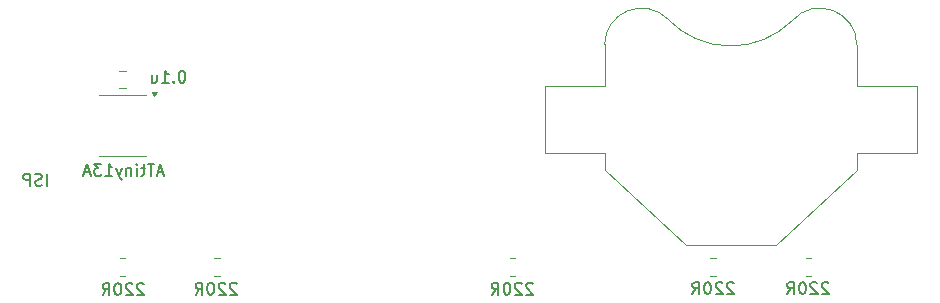
<source format=gbr>
%TF.GenerationSoftware,KiCad,Pcbnew,9.0.2*%
%TF.CreationDate,2025-05-22T18:28:58+02:00*%
%TF.ProjectId,blinky,626c696e-6b79-42e6-9b69-6361645f7063,rev?*%
%TF.SameCoordinates,Original*%
%TF.FileFunction,Legend,Bot*%
%TF.FilePolarity,Positive*%
%FSLAX46Y46*%
G04 Gerber Fmt 4.6, Leading zero omitted, Abs format (unit mm)*
G04 Created by KiCad (PCBNEW 9.0.2) date 2025-05-22 18:28:58*
%MOMM*%
%LPD*%
G01*
G04 APERTURE LIST*
%ADD10C,0.150000*%
%ADD11C,0.120000*%
G04 APERTURE END LIST*
D10*
X134763094Y-86875057D02*
X134715475Y-86827438D01*
X134715475Y-86827438D02*
X134620237Y-86779819D01*
X134620237Y-86779819D02*
X134382142Y-86779819D01*
X134382142Y-86779819D02*
X134286904Y-86827438D01*
X134286904Y-86827438D02*
X134239285Y-86875057D01*
X134239285Y-86875057D02*
X134191666Y-86970295D01*
X134191666Y-86970295D02*
X134191666Y-87065533D01*
X134191666Y-87065533D02*
X134239285Y-87208390D01*
X134239285Y-87208390D02*
X134810713Y-87779819D01*
X134810713Y-87779819D02*
X134191666Y-87779819D01*
X133810713Y-86875057D02*
X133763094Y-86827438D01*
X133763094Y-86827438D02*
X133667856Y-86779819D01*
X133667856Y-86779819D02*
X133429761Y-86779819D01*
X133429761Y-86779819D02*
X133334523Y-86827438D01*
X133334523Y-86827438D02*
X133286904Y-86875057D01*
X133286904Y-86875057D02*
X133239285Y-86970295D01*
X133239285Y-86970295D02*
X133239285Y-87065533D01*
X133239285Y-87065533D02*
X133286904Y-87208390D01*
X133286904Y-87208390D02*
X133858332Y-87779819D01*
X133858332Y-87779819D02*
X133239285Y-87779819D01*
X132620237Y-86779819D02*
X132524999Y-86779819D01*
X132524999Y-86779819D02*
X132429761Y-86827438D01*
X132429761Y-86827438D02*
X132382142Y-86875057D01*
X132382142Y-86875057D02*
X132334523Y-86970295D01*
X132334523Y-86970295D02*
X132286904Y-87160771D01*
X132286904Y-87160771D02*
X132286904Y-87398866D01*
X132286904Y-87398866D02*
X132334523Y-87589342D01*
X132334523Y-87589342D02*
X132382142Y-87684580D01*
X132382142Y-87684580D02*
X132429761Y-87732200D01*
X132429761Y-87732200D02*
X132524999Y-87779819D01*
X132524999Y-87779819D02*
X132620237Y-87779819D01*
X132620237Y-87779819D02*
X132715475Y-87732200D01*
X132715475Y-87732200D02*
X132763094Y-87684580D01*
X132763094Y-87684580D02*
X132810713Y-87589342D01*
X132810713Y-87589342D02*
X132858332Y-87398866D01*
X132858332Y-87398866D02*
X132858332Y-87160771D01*
X132858332Y-87160771D02*
X132810713Y-86970295D01*
X132810713Y-86970295D02*
X132763094Y-86875057D01*
X132763094Y-86875057D02*
X132715475Y-86827438D01*
X132715475Y-86827438D02*
X132620237Y-86779819D01*
X131286904Y-87779819D02*
X131620237Y-87303628D01*
X131858332Y-87779819D02*
X131858332Y-86779819D01*
X131858332Y-86779819D02*
X131477380Y-86779819D01*
X131477380Y-86779819D02*
X131382142Y-86827438D01*
X131382142Y-86827438D02*
X131334523Y-86875057D01*
X131334523Y-86875057D02*
X131286904Y-86970295D01*
X131286904Y-86970295D02*
X131286904Y-87113152D01*
X131286904Y-87113152D02*
X131334523Y-87208390D01*
X131334523Y-87208390D02*
X131382142Y-87256009D01*
X131382142Y-87256009D02*
X131477380Y-87303628D01*
X131477380Y-87303628D02*
X131858332Y-87303628D01*
X78457142Y-77469104D02*
X77980952Y-77469104D01*
X78552380Y-77754819D02*
X78219047Y-76754819D01*
X78219047Y-76754819D02*
X77885714Y-77754819D01*
X77695237Y-76754819D02*
X77123809Y-76754819D01*
X77409523Y-77754819D02*
X77409523Y-76754819D01*
X76933332Y-77088152D02*
X76552380Y-77088152D01*
X76790475Y-76754819D02*
X76790475Y-77611961D01*
X76790475Y-77611961D02*
X76742856Y-77707200D01*
X76742856Y-77707200D02*
X76647618Y-77754819D01*
X76647618Y-77754819D02*
X76552380Y-77754819D01*
X76219046Y-77754819D02*
X76219046Y-77088152D01*
X76219046Y-76754819D02*
X76266665Y-76802438D01*
X76266665Y-76802438D02*
X76219046Y-76850057D01*
X76219046Y-76850057D02*
X76171427Y-76802438D01*
X76171427Y-76802438D02*
X76219046Y-76754819D01*
X76219046Y-76754819D02*
X76219046Y-76850057D01*
X75742856Y-77088152D02*
X75742856Y-77754819D01*
X75742856Y-77183390D02*
X75695237Y-77135771D01*
X75695237Y-77135771D02*
X75599999Y-77088152D01*
X75599999Y-77088152D02*
X75457142Y-77088152D01*
X75457142Y-77088152D02*
X75361904Y-77135771D01*
X75361904Y-77135771D02*
X75314285Y-77231009D01*
X75314285Y-77231009D02*
X75314285Y-77754819D01*
X74933332Y-77088152D02*
X74695237Y-77754819D01*
X74457142Y-77088152D02*
X74695237Y-77754819D01*
X74695237Y-77754819D02*
X74790475Y-77992914D01*
X74790475Y-77992914D02*
X74838094Y-78040533D01*
X74838094Y-78040533D02*
X74933332Y-78088152D01*
X73552380Y-77754819D02*
X74123808Y-77754819D01*
X73838094Y-77754819D02*
X73838094Y-76754819D01*
X73838094Y-76754819D02*
X73933332Y-76897676D01*
X73933332Y-76897676D02*
X74028570Y-76992914D01*
X74028570Y-76992914D02*
X74123808Y-77040533D01*
X73219046Y-76754819D02*
X72599999Y-76754819D01*
X72599999Y-76754819D02*
X72933332Y-77135771D01*
X72933332Y-77135771D02*
X72790475Y-77135771D01*
X72790475Y-77135771D02*
X72695237Y-77183390D01*
X72695237Y-77183390D02*
X72647618Y-77231009D01*
X72647618Y-77231009D02*
X72599999Y-77326247D01*
X72599999Y-77326247D02*
X72599999Y-77564342D01*
X72599999Y-77564342D02*
X72647618Y-77659580D01*
X72647618Y-77659580D02*
X72695237Y-77707200D01*
X72695237Y-77707200D02*
X72790475Y-77754819D01*
X72790475Y-77754819D02*
X73076189Y-77754819D01*
X73076189Y-77754819D02*
X73171427Y-77707200D01*
X73171427Y-77707200D02*
X73219046Y-77659580D01*
X72219046Y-77469104D02*
X71742856Y-77469104D01*
X72314284Y-77754819D02*
X71980951Y-76754819D01*
X71980951Y-76754819D02*
X71647618Y-77754819D01*
X84663094Y-86925057D02*
X84615475Y-86877438D01*
X84615475Y-86877438D02*
X84520237Y-86829819D01*
X84520237Y-86829819D02*
X84282142Y-86829819D01*
X84282142Y-86829819D02*
X84186904Y-86877438D01*
X84186904Y-86877438D02*
X84139285Y-86925057D01*
X84139285Y-86925057D02*
X84091666Y-87020295D01*
X84091666Y-87020295D02*
X84091666Y-87115533D01*
X84091666Y-87115533D02*
X84139285Y-87258390D01*
X84139285Y-87258390D02*
X84710713Y-87829819D01*
X84710713Y-87829819D02*
X84091666Y-87829819D01*
X83710713Y-86925057D02*
X83663094Y-86877438D01*
X83663094Y-86877438D02*
X83567856Y-86829819D01*
X83567856Y-86829819D02*
X83329761Y-86829819D01*
X83329761Y-86829819D02*
X83234523Y-86877438D01*
X83234523Y-86877438D02*
X83186904Y-86925057D01*
X83186904Y-86925057D02*
X83139285Y-87020295D01*
X83139285Y-87020295D02*
X83139285Y-87115533D01*
X83139285Y-87115533D02*
X83186904Y-87258390D01*
X83186904Y-87258390D02*
X83758332Y-87829819D01*
X83758332Y-87829819D02*
X83139285Y-87829819D01*
X82520237Y-86829819D02*
X82424999Y-86829819D01*
X82424999Y-86829819D02*
X82329761Y-86877438D01*
X82329761Y-86877438D02*
X82282142Y-86925057D01*
X82282142Y-86925057D02*
X82234523Y-87020295D01*
X82234523Y-87020295D02*
X82186904Y-87210771D01*
X82186904Y-87210771D02*
X82186904Y-87448866D01*
X82186904Y-87448866D02*
X82234523Y-87639342D01*
X82234523Y-87639342D02*
X82282142Y-87734580D01*
X82282142Y-87734580D02*
X82329761Y-87782200D01*
X82329761Y-87782200D02*
X82424999Y-87829819D01*
X82424999Y-87829819D02*
X82520237Y-87829819D01*
X82520237Y-87829819D02*
X82615475Y-87782200D01*
X82615475Y-87782200D02*
X82663094Y-87734580D01*
X82663094Y-87734580D02*
X82710713Y-87639342D01*
X82710713Y-87639342D02*
X82758332Y-87448866D01*
X82758332Y-87448866D02*
X82758332Y-87210771D01*
X82758332Y-87210771D02*
X82710713Y-87020295D01*
X82710713Y-87020295D02*
X82663094Y-86925057D01*
X82663094Y-86925057D02*
X82615475Y-86877438D01*
X82615475Y-86877438D02*
X82520237Y-86829819D01*
X81186904Y-87829819D02*
X81520237Y-87353628D01*
X81758332Y-87829819D02*
X81758332Y-86829819D01*
X81758332Y-86829819D02*
X81377380Y-86829819D01*
X81377380Y-86829819D02*
X81282142Y-86877438D01*
X81282142Y-86877438D02*
X81234523Y-86925057D01*
X81234523Y-86925057D02*
X81186904Y-87020295D01*
X81186904Y-87020295D02*
X81186904Y-87163152D01*
X81186904Y-87163152D02*
X81234523Y-87258390D01*
X81234523Y-87258390D02*
X81282142Y-87306009D01*
X81282142Y-87306009D02*
X81377380Y-87353628D01*
X81377380Y-87353628D02*
X81758332Y-87353628D01*
X109738094Y-86925057D02*
X109690475Y-86877438D01*
X109690475Y-86877438D02*
X109595237Y-86829819D01*
X109595237Y-86829819D02*
X109357142Y-86829819D01*
X109357142Y-86829819D02*
X109261904Y-86877438D01*
X109261904Y-86877438D02*
X109214285Y-86925057D01*
X109214285Y-86925057D02*
X109166666Y-87020295D01*
X109166666Y-87020295D02*
X109166666Y-87115533D01*
X109166666Y-87115533D02*
X109214285Y-87258390D01*
X109214285Y-87258390D02*
X109785713Y-87829819D01*
X109785713Y-87829819D02*
X109166666Y-87829819D01*
X108785713Y-86925057D02*
X108738094Y-86877438D01*
X108738094Y-86877438D02*
X108642856Y-86829819D01*
X108642856Y-86829819D02*
X108404761Y-86829819D01*
X108404761Y-86829819D02*
X108309523Y-86877438D01*
X108309523Y-86877438D02*
X108261904Y-86925057D01*
X108261904Y-86925057D02*
X108214285Y-87020295D01*
X108214285Y-87020295D02*
X108214285Y-87115533D01*
X108214285Y-87115533D02*
X108261904Y-87258390D01*
X108261904Y-87258390D02*
X108833332Y-87829819D01*
X108833332Y-87829819D02*
X108214285Y-87829819D01*
X107595237Y-86829819D02*
X107499999Y-86829819D01*
X107499999Y-86829819D02*
X107404761Y-86877438D01*
X107404761Y-86877438D02*
X107357142Y-86925057D01*
X107357142Y-86925057D02*
X107309523Y-87020295D01*
X107309523Y-87020295D02*
X107261904Y-87210771D01*
X107261904Y-87210771D02*
X107261904Y-87448866D01*
X107261904Y-87448866D02*
X107309523Y-87639342D01*
X107309523Y-87639342D02*
X107357142Y-87734580D01*
X107357142Y-87734580D02*
X107404761Y-87782200D01*
X107404761Y-87782200D02*
X107499999Y-87829819D01*
X107499999Y-87829819D02*
X107595237Y-87829819D01*
X107595237Y-87829819D02*
X107690475Y-87782200D01*
X107690475Y-87782200D02*
X107738094Y-87734580D01*
X107738094Y-87734580D02*
X107785713Y-87639342D01*
X107785713Y-87639342D02*
X107833332Y-87448866D01*
X107833332Y-87448866D02*
X107833332Y-87210771D01*
X107833332Y-87210771D02*
X107785713Y-87020295D01*
X107785713Y-87020295D02*
X107738094Y-86925057D01*
X107738094Y-86925057D02*
X107690475Y-86877438D01*
X107690475Y-86877438D02*
X107595237Y-86829819D01*
X106261904Y-87829819D02*
X106595237Y-87353628D01*
X106833332Y-87829819D02*
X106833332Y-86829819D01*
X106833332Y-86829819D02*
X106452380Y-86829819D01*
X106452380Y-86829819D02*
X106357142Y-86877438D01*
X106357142Y-86877438D02*
X106309523Y-86925057D01*
X106309523Y-86925057D02*
X106261904Y-87020295D01*
X106261904Y-87020295D02*
X106261904Y-87163152D01*
X106261904Y-87163152D02*
X106309523Y-87258390D01*
X106309523Y-87258390D02*
X106357142Y-87306009D01*
X106357142Y-87306009D02*
X106452380Y-87353628D01*
X106452380Y-87353628D02*
X106833332Y-87353628D01*
X126738094Y-86875057D02*
X126690475Y-86827438D01*
X126690475Y-86827438D02*
X126595237Y-86779819D01*
X126595237Y-86779819D02*
X126357142Y-86779819D01*
X126357142Y-86779819D02*
X126261904Y-86827438D01*
X126261904Y-86827438D02*
X126214285Y-86875057D01*
X126214285Y-86875057D02*
X126166666Y-86970295D01*
X126166666Y-86970295D02*
X126166666Y-87065533D01*
X126166666Y-87065533D02*
X126214285Y-87208390D01*
X126214285Y-87208390D02*
X126785713Y-87779819D01*
X126785713Y-87779819D02*
X126166666Y-87779819D01*
X125785713Y-86875057D02*
X125738094Y-86827438D01*
X125738094Y-86827438D02*
X125642856Y-86779819D01*
X125642856Y-86779819D02*
X125404761Y-86779819D01*
X125404761Y-86779819D02*
X125309523Y-86827438D01*
X125309523Y-86827438D02*
X125261904Y-86875057D01*
X125261904Y-86875057D02*
X125214285Y-86970295D01*
X125214285Y-86970295D02*
X125214285Y-87065533D01*
X125214285Y-87065533D02*
X125261904Y-87208390D01*
X125261904Y-87208390D02*
X125833332Y-87779819D01*
X125833332Y-87779819D02*
X125214285Y-87779819D01*
X124595237Y-86779819D02*
X124499999Y-86779819D01*
X124499999Y-86779819D02*
X124404761Y-86827438D01*
X124404761Y-86827438D02*
X124357142Y-86875057D01*
X124357142Y-86875057D02*
X124309523Y-86970295D01*
X124309523Y-86970295D02*
X124261904Y-87160771D01*
X124261904Y-87160771D02*
X124261904Y-87398866D01*
X124261904Y-87398866D02*
X124309523Y-87589342D01*
X124309523Y-87589342D02*
X124357142Y-87684580D01*
X124357142Y-87684580D02*
X124404761Y-87732200D01*
X124404761Y-87732200D02*
X124499999Y-87779819D01*
X124499999Y-87779819D02*
X124595237Y-87779819D01*
X124595237Y-87779819D02*
X124690475Y-87732200D01*
X124690475Y-87732200D02*
X124738094Y-87684580D01*
X124738094Y-87684580D02*
X124785713Y-87589342D01*
X124785713Y-87589342D02*
X124833332Y-87398866D01*
X124833332Y-87398866D02*
X124833332Y-87160771D01*
X124833332Y-87160771D02*
X124785713Y-86970295D01*
X124785713Y-86970295D02*
X124738094Y-86875057D01*
X124738094Y-86875057D02*
X124690475Y-86827438D01*
X124690475Y-86827438D02*
X124595237Y-86779819D01*
X123261904Y-87779819D02*
X123595237Y-87303628D01*
X123833332Y-87779819D02*
X123833332Y-86779819D01*
X123833332Y-86779819D02*
X123452380Y-86779819D01*
X123452380Y-86779819D02*
X123357142Y-86827438D01*
X123357142Y-86827438D02*
X123309523Y-86875057D01*
X123309523Y-86875057D02*
X123261904Y-86970295D01*
X123261904Y-86970295D02*
X123261904Y-87113152D01*
X123261904Y-87113152D02*
X123309523Y-87208390D01*
X123309523Y-87208390D02*
X123357142Y-87256009D01*
X123357142Y-87256009D02*
X123452380Y-87303628D01*
X123452380Y-87303628D02*
X123833332Y-87303628D01*
X68601189Y-78604819D02*
X68601189Y-77604819D01*
X68172618Y-78557200D02*
X68029761Y-78604819D01*
X68029761Y-78604819D02*
X67791666Y-78604819D01*
X67791666Y-78604819D02*
X67696428Y-78557200D01*
X67696428Y-78557200D02*
X67648809Y-78509580D01*
X67648809Y-78509580D02*
X67601190Y-78414342D01*
X67601190Y-78414342D02*
X67601190Y-78319104D01*
X67601190Y-78319104D02*
X67648809Y-78223866D01*
X67648809Y-78223866D02*
X67696428Y-78176247D01*
X67696428Y-78176247D02*
X67791666Y-78128628D01*
X67791666Y-78128628D02*
X67982142Y-78081009D01*
X67982142Y-78081009D02*
X68077380Y-78033390D01*
X68077380Y-78033390D02*
X68124999Y-77985771D01*
X68124999Y-77985771D02*
X68172618Y-77890533D01*
X68172618Y-77890533D02*
X68172618Y-77795295D01*
X68172618Y-77795295D02*
X68124999Y-77700057D01*
X68124999Y-77700057D02*
X68077380Y-77652438D01*
X68077380Y-77652438D02*
X67982142Y-77604819D01*
X67982142Y-77604819D02*
X67744047Y-77604819D01*
X67744047Y-77604819D02*
X67601190Y-77652438D01*
X67172618Y-78604819D02*
X67172618Y-77604819D01*
X67172618Y-77604819D02*
X66791666Y-77604819D01*
X66791666Y-77604819D02*
X66696428Y-77652438D01*
X66696428Y-77652438D02*
X66648809Y-77700057D01*
X66648809Y-77700057D02*
X66601190Y-77795295D01*
X66601190Y-77795295D02*
X66601190Y-77938152D01*
X66601190Y-77938152D02*
X66648809Y-78033390D01*
X66648809Y-78033390D02*
X66696428Y-78081009D01*
X66696428Y-78081009D02*
X66791666Y-78128628D01*
X66791666Y-78128628D02*
X67172618Y-78128628D01*
X80089285Y-68879819D02*
X79994047Y-68879819D01*
X79994047Y-68879819D02*
X79898809Y-68927438D01*
X79898809Y-68927438D02*
X79851190Y-68975057D01*
X79851190Y-68975057D02*
X79803571Y-69070295D01*
X79803571Y-69070295D02*
X79755952Y-69260771D01*
X79755952Y-69260771D02*
X79755952Y-69498866D01*
X79755952Y-69498866D02*
X79803571Y-69689342D01*
X79803571Y-69689342D02*
X79851190Y-69784580D01*
X79851190Y-69784580D02*
X79898809Y-69832200D01*
X79898809Y-69832200D02*
X79994047Y-69879819D01*
X79994047Y-69879819D02*
X80089285Y-69879819D01*
X80089285Y-69879819D02*
X80184523Y-69832200D01*
X80184523Y-69832200D02*
X80232142Y-69784580D01*
X80232142Y-69784580D02*
X80279761Y-69689342D01*
X80279761Y-69689342D02*
X80327380Y-69498866D01*
X80327380Y-69498866D02*
X80327380Y-69260771D01*
X80327380Y-69260771D02*
X80279761Y-69070295D01*
X80279761Y-69070295D02*
X80232142Y-68975057D01*
X80232142Y-68975057D02*
X80184523Y-68927438D01*
X80184523Y-68927438D02*
X80089285Y-68879819D01*
X79327380Y-69784580D02*
X79279761Y-69832200D01*
X79279761Y-69832200D02*
X79327380Y-69879819D01*
X79327380Y-69879819D02*
X79374999Y-69832200D01*
X79374999Y-69832200D02*
X79327380Y-69784580D01*
X79327380Y-69784580D02*
X79327380Y-69879819D01*
X78327381Y-69879819D02*
X78898809Y-69879819D01*
X78613095Y-69879819D02*
X78613095Y-68879819D01*
X78613095Y-68879819D02*
X78708333Y-69022676D01*
X78708333Y-69022676D02*
X78803571Y-69117914D01*
X78803571Y-69117914D02*
X78898809Y-69165533D01*
X77470238Y-69213152D02*
X77470238Y-69879819D01*
X77898809Y-69213152D02*
X77898809Y-69736961D01*
X77898809Y-69736961D02*
X77851190Y-69832200D01*
X77851190Y-69832200D02*
X77755952Y-69879819D01*
X77755952Y-69879819D02*
X77613095Y-69879819D01*
X77613095Y-69879819D02*
X77517857Y-69832200D01*
X77517857Y-69832200D02*
X77470238Y-69784580D01*
X76788094Y-86950057D02*
X76740475Y-86902438D01*
X76740475Y-86902438D02*
X76645237Y-86854819D01*
X76645237Y-86854819D02*
X76407142Y-86854819D01*
X76407142Y-86854819D02*
X76311904Y-86902438D01*
X76311904Y-86902438D02*
X76264285Y-86950057D01*
X76264285Y-86950057D02*
X76216666Y-87045295D01*
X76216666Y-87045295D02*
X76216666Y-87140533D01*
X76216666Y-87140533D02*
X76264285Y-87283390D01*
X76264285Y-87283390D02*
X76835713Y-87854819D01*
X76835713Y-87854819D02*
X76216666Y-87854819D01*
X75835713Y-86950057D02*
X75788094Y-86902438D01*
X75788094Y-86902438D02*
X75692856Y-86854819D01*
X75692856Y-86854819D02*
X75454761Y-86854819D01*
X75454761Y-86854819D02*
X75359523Y-86902438D01*
X75359523Y-86902438D02*
X75311904Y-86950057D01*
X75311904Y-86950057D02*
X75264285Y-87045295D01*
X75264285Y-87045295D02*
X75264285Y-87140533D01*
X75264285Y-87140533D02*
X75311904Y-87283390D01*
X75311904Y-87283390D02*
X75883332Y-87854819D01*
X75883332Y-87854819D02*
X75264285Y-87854819D01*
X74645237Y-86854819D02*
X74549999Y-86854819D01*
X74549999Y-86854819D02*
X74454761Y-86902438D01*
X74454761Y-86902438D02*
X74407142Y-86950057D01*
X74407142Y-86950057D02*
X74359523Y-87045295D01*
X74359523Y-87045295D02*
X74311904Y-87235771D01*
X74311904Y-87235771D02*
X74311904Y-87473866D01*
X74311904Y-87473866D02*
X74359523Y-87664342D01*
X74359523Y-87664342D02*
X74407142Y-87759580D01*
X74407142Y-87759580D02*
X74454761Y-87807200D01*
X74454761Y-87807200D02*
X74549999Y-87854819D01*
X74549999Y-87854819D02*
X74645237Y-87854819D01*
X74645237Y-87854819D02*
X74740475Y-87807200D01*
X74740475Y-87807200D02*
X74788094Y-87759580D01*
X74788094Y-87759580D02*
X74835713Y-87664342D01*
X74835713Y-87664342D02*
X74883332Y-87473866D01*
X74883332Y-87473866D02*
X74883332Y-87235771D01*
X74883332Y-87235771D02*
X74835713Y-87045295D01*
X74835713Y-87045295D02*
X74788094Y-86950057D01*
X74788094Y-86950057D02*
X74740475Y-86902438D01*
X74740475Y-86902438D02*
X74645237Y-86854819D01*
X73311904Y-87854819D02*
X73645237Y-87378628D01*
X73883332Y-87854819D02*
X73883332Y-86854819D01*
X73883332Y-86854819D02*
X73502380Y-86854819D01*
X73502380Y-86854819D02*
X73407142Y-86902438D01*
X73407142Y-86902438D02*
X73359523Y-86950057D01*
X73359523Y-86950057D02*
X73311904Y-87045295D01*
X73311904Y-87045295D02*
X73311904Y-87188152D01*
X73311904Y-87188152D02*
X73359523Y-87283390D01*
X73359523Y-87283390D02*
X73407142Y-87331009D01*
X73407142Y-87331009D02*
X73502380Y-87378628D01*
X73502380Y-87378628D02*
X73883332Y-87378628D01*
D11*
%TO.C,R5*%
X132872936Y-84765000D02*
X133327064Y-84765000D01*
X132872936Y-86235000D02*
X133327064Y-86235000D01*
%TO.C,U1*%
X73050000Y-70940000D02*
X75000000Y-70940000D01*
X73050000Y-76060000D02*
X75000000Y-76060000D01*
X76950000Y-70940000D02*
X75000000Y-70940000D01*
X76950000Y-76060000D02*
X75000000Y-76060000D01*
X77700000Y-71035000D02*
X77460000Y-70705000D01*
X77940000Y-70705000D01*
X77700000Y-71035000D01*
G36*
X77700000Y-71035000D02*
G01*
X77460000Y-70705000D01*
X77940000Y-70705000D01*
X77700000Y-71035000D01*
G37*
%TO.C,BT1*%
X110750000Y-70200000D02*
X110750000Y-75800000D01*
X110750000Y-75800000D02*
X115820000Y-75800000D01*
X115820000Y-66650000D02*
X115820000Y-70200000D01*
X115820000Y-70200000D02*
X110750000Y-70200000D01*
X115820000Y-77250000D02*
X115820000Y-75800000D01*
X122700000Y-83630000D02*
X115820000Y-77250000D01*
X130300000Y-83630000D02*
X122700000Y-83630000D01*
X130300000Y-83630000D02*
X137180000Y-77250000D01*
X137180000Y-66720000D02*
X137180000Y-70200000D01*
X137180000Y-70200000D02*
X142250000Y-70200000D01*
X137180000Y-75800000D02*
X142250000Y-75800000D01*
X137180000Y-77250000D02*
X137180000Y-75800000D01*
X142250000Y-70200000D02*
X142250000Y-75800000D01*
X115820000Y-66700000D02*
G75*
G02*
X121183548Y-64507247I3130000J0D01*
G01*
X131669999Y-64669999D02*
G75*
G02*
X121193578Y-64532608I-5169999J5270000D01*
G01*
X131680001Y-64660001D02*
G75*
G02*
X137177059Y-66700000I2369999J-2040000D01*
G01*
%TO.C,R2*%
X82772936Y-84765000D02*
X83227064Y-84765000D01*
X82772936Y-86235000D02*
X83227064Y-86235000D01*
%TO.C,R3*%
X108227064Y-84765000D02*
X107772936Y-84765000D01*
X108227064Y-86235000D02*
X107772936Y-86235000D01*
%TO.C,R4*%
X125227064Y-84765000D02*
X124772936Y-84765000D01*
X125227064Y-86235000D02*
X124772936Y-86235000D01*
%TO.C,C1*%
X75261252Y-68865000D02*
X74738748Y-68865000D01*
X75261252Y-70335000D02*
X74738748Y-70335000D01*
%TO.C,R1*%
X75227064Y-84765000D02*
X74772936Y-84765000D01*
X75227064Y-86235000D02*
X74772936Y-86235000D01*
%TD*%
M02*

</source>
